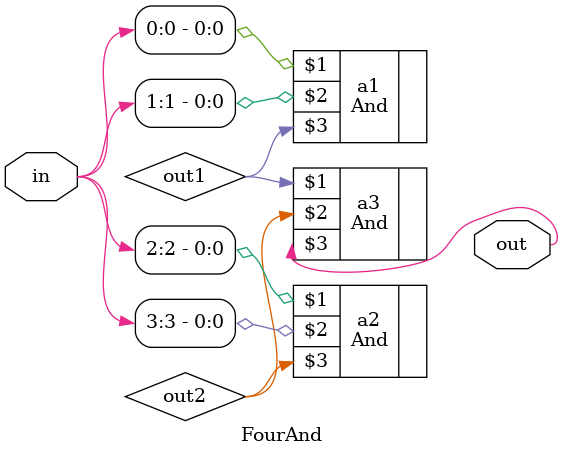
<source format=v>
module FourAnd (
    input [3:0] in,
    output out
);
    wire out1, out2;
    And a1(in[0], in[1], out1);
    And a2(in[2], in[3], out2);
    And a3(out1, out2, out);

endmodule


</source>
